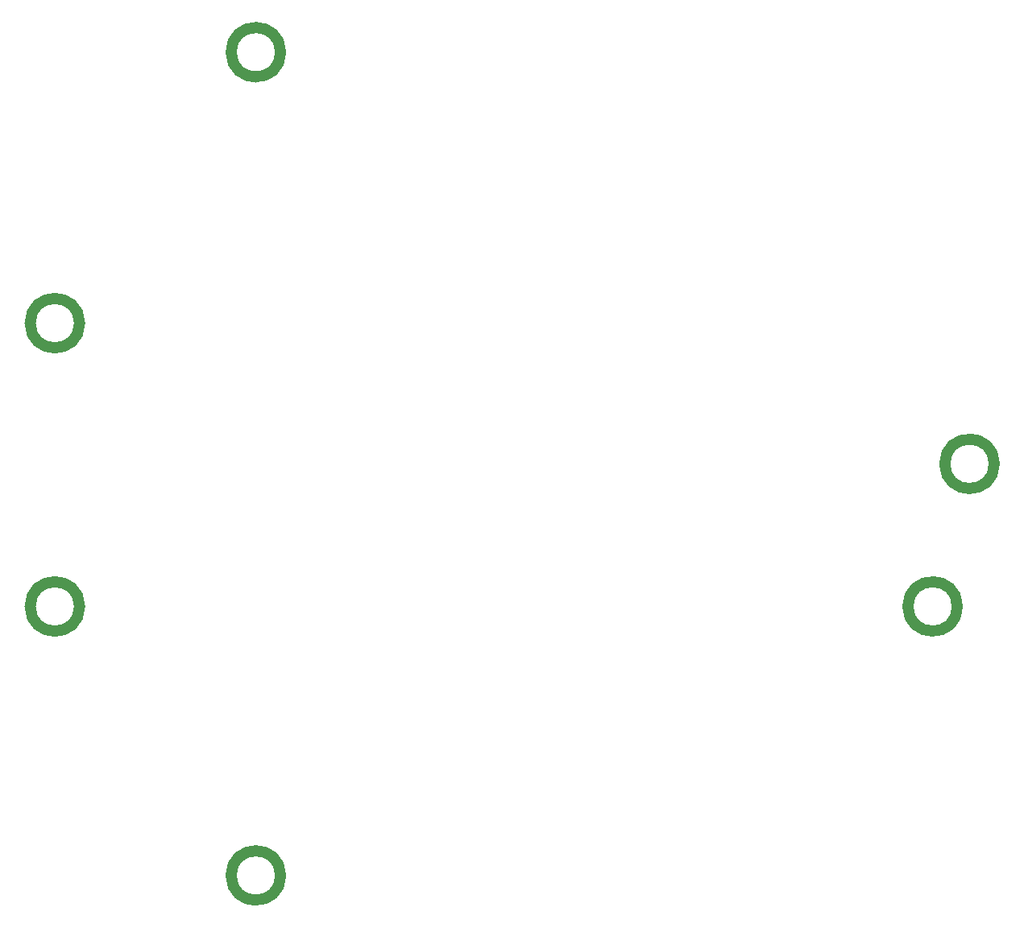
<source format=gko>
G04*
G04 #@! TF.GenerationSoftware,Altium Limited,Altium Designer,25.5.2 (35)*
G04*
G04 Layer_Color=16711935*
%FSLAX44Y44*%
%MOMM*%
G71*
G04*
G04 #@! TF.SameCoordinates,D0B1350E-99A2-4249-ACC1-F9FC3DEF4AE8*
G04*
G04*
G04 #@! TF.FilePolarity,Positive*
G04*
G01*
G75*
%ADD59C,1.2000*%
D59*
X306067Y97051D02*
G03*
X306067Y97051I-26000J0D01*
G01*
X94846Y380064D02*
G03*
X94846Y380064I-26000J0D01*
G01*
X94842Y678064D02*
G03*
X94842Y678064I-26000J0D01*
G01*
X306067Y963076D02*
G03*
X306067Y963076I-26000J0D01*
G01*
X1056067Y530064D02*
G03*
X1056067Y530064I-26000J0D01*
G01*
X1017288Y380064D02*
G03*
X1017288Y380064I-26000J0D01*
G01*
M02*

</source>
